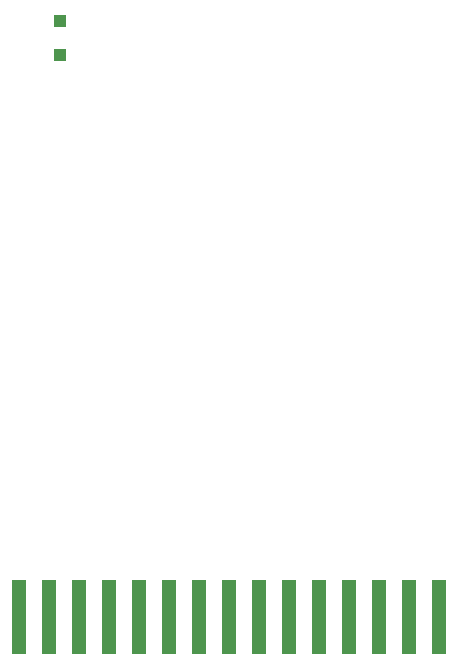
<source format=gbr>
G04 DipTrace 3.3.1.3*
G04 BottomPaste.gbr*
%MOIN*%
G04 #@! TF.FileFunction,Paste,Bot*
G04 #@! TF.Part,Single*
%ADD43R,0.03937X0.03937*%
%ADD45R,0.051181X0.248031*%
%FSLAX26Y26*%
G04*
G70*
G90*
G75*
G01*
G04 BotPaste*
%LPD*%
D45*
X746850Y559235D3*
X846850D3*
X946850D3*
X1046850D3*
X1146850D3*
X1246850D3*
X1346850D3*
X1446850D3*
X1546850D3*
X1646850D3*
X1746850D3*
X1846850D3*
X1946850D3*
X2046850D3*
X2146850D3*
D43*
X884350Y2543733D3*
Y2433496D3*
M02*

</source>
